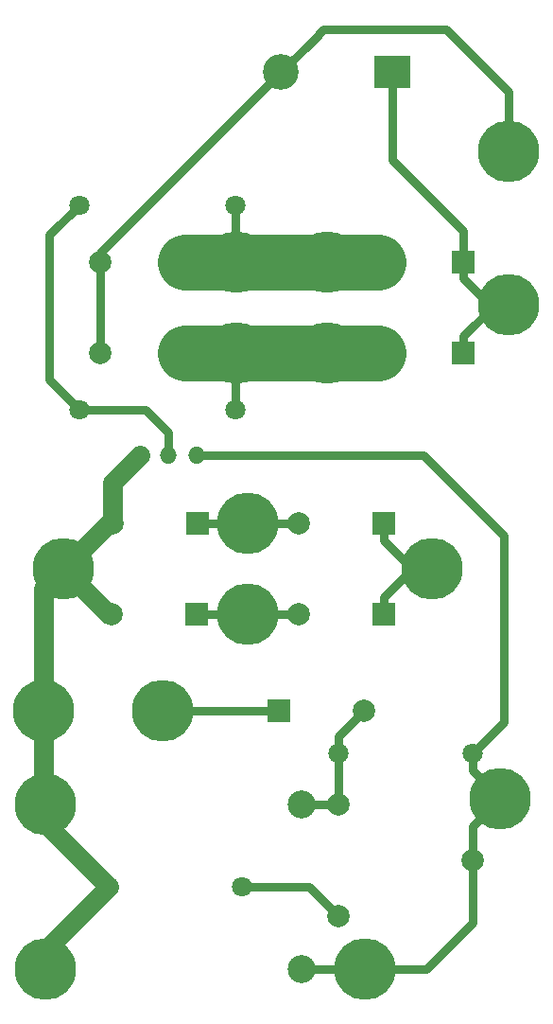
<source format=gbl>
G04 #@! TF.FileFunction,Copper,L2,Bot,Signal*
%FSLAX46Y46*%
G04 Gerber Fmt 4.6, Leading zero omitted, Abs format (unit mm)*
G04 Created by KiCad (PCBNEW 4.0.2+dfsg1-stable) date jeu. 08 sept. 2016 23:26:37 CEST*
%MOMM*%
G01*
G04 APERTURE LIST*
%ADD10C,0.100000*%
%ADD11C,1.800000*%
%ADD12C,5.500000*%
%ADD13R,3.200000X3.000000*%
%ADD14C,3.200000*%
%ADD15C,2.000000*%
%ADD16C,2.500000*%
%ADD17O,1.524000X1.524000*%
%ADD18R,2.000000X2.000000*%
%ADD19C,1.800000*%
%ADD20C,0.800000*%
%ADD21C,5.000000*%
G04 APERTURE END LIST*
D10*
D11*
X85028000Y-136144000D03*
X97028000Y-136144000D03*
X117664000Y-124206000D03*
X105664000Y-124206000D03*
D12*
X120142000Y-128270000D03*
X89916000Y-120396000D03*
X79248000Y-120396000D03*
D13*
X110490000Y-63246000D03*
D14*
X100490000Y-63246000D03*
D12*
X81026000Y-107696000D03*
X97536000Y-111760000D03*
X114046000Y-107696000D03*
X97536000Y-103632000D03*
X120904000Y-70358000D03*
X120904000Y-84074000D03*
X104648000Y-80264000D03*
X96520000Y-80264000D03*
X104648000Y-88392000D03*
X96520000Y-88392000D03*
D11*
X96408000Y-93472000D03*
X82408000Y-93472000D03*
X96408000Y-75184000D03*
X82408000Y-75184000D03*
D15*
X117664000Y-133778000D03*
X105664000Y-138778000D03*
X105664000Y-128778000D03*
D12*
X79362000Y-128778000D03*
D16*
X102362000Y-128778000D03*
D12*
X79362000Y-143510000D03*
D16*
X102362000Y-143510000D03*
D17*
X92964000Y-97536000D03*
X90424000Y-97536000D03*
X87884000Y-97536000D03*
D18*
X92964000Y-111760000D03*
D15*
X85344000Y-111760000D03*
D18*
X93008000Y-103632000D03*
D15*
X85388000Y-103632000D03*
D18*
X100330000Y-120396000D03*
D15*
X107950000Y-120396000D03*
D18*
X109728000Y-111760000D03*
D15*
X102108000Y-111760000D03*
D18*
X109728000Y-103632000D03*
D15*
X102108000Y-103632000D03*
D18*
X91948000Y-80264000D03*
D15*
X84328000Y-80264000D03*
D18*
X91948000Y-88392000D03*
D15*
X84328000Y-88392000D03*
D18*
X116840000Y-80264000D03*
D15*
X109220000Y-80264000D03*
D18*
X116840000Y-88392000D03*
D15*
X109220000Y-88392000D03*
D12*
X108000000Y-143510000D03*
D19*
X79362000Y-143510000D02*
X79362000Y-141810000D01*
X79362000Y-141810000D02*
X85028000Y-136144000D01*
X79362000Y-128778000D02*
X79362000Y-130478000D01*
X79362000Y-130478000D02*
X85028000Y-136144000D01*
X79248000Y-120396000D02*
X79248000Y-128664000D01*
X79248000Y-128664000D02*
X79362000Y-128778000D01*
X79248000Y-120396000D02*
X79248000Y-109474000D01*
X79248000Y-109474000D02*
X81026000Y-107696000D01*
X85344000Y-111760000D02*
X85090000Y-111760000D01*
X85090000Y-111760000D02*
X81026000Y-107696000D01*
X85388000Y-103632000D02*
X85090000Y-103632000D01*
X85090000Y-103632000D02*
X81026000Y-107696000D01*
X85388000Y-103632000D02*
X85388000Y-100032000D01*
X85388000Y-100032000D02*
X87884000Y-97536000D01*
D20*
X105664000Y-124206000D02*
X105664000Y-122682000D01*
X105664000Y-122682000D02*
X107950000Y-120396000D01*
X105664000Y-128778000D02*
X105664000Y-124206000D01*
X102362000Y-128778000D02*
X105664000Y-128778000D01*
X120472200Y-104724200D02*
X113284000Y-97536000D01*
X113284000Y-97536000D02*
X92964000Y-97536000D01*
X120472200Y-121397800D02*
X120472200Y-104724200D01*
X117664000Y-124206000D02*
X120472200Y-121397800D01*
X117664000Y-124206000D02*
X117664000Y-125792000D01*
X117664000Y-125792000D02*
X120142000Y-128270000D01*
X117664000Y-133778000D02*
X117664000Y-130748000D01*
X117664000Y-130748000D02*
X120142000Y-128270000D01*
X113538000Y-143510000D02*
X117664000Y-139384000D01*
X117664000Y-139384000D02*
X117664000Y-133778000D01*
X108000000Y-143510000D02*
X113538000Y-143510000D01*
X102362000Y-143510000D02*
X108000000Y-143510000D01*
X116840000Y-88392000D02*
X116840000Y-86893400D01*
X116840000Y-86893400D02*
X119659400Y-84074000D01*
X119659400Y-84074000D02*
X120904000Y-84074000D01*
X120904000Y-84074000D02*
X119151400Y-84074000D01*
X119151400Y-84074000D02*
X116840000Y-81762600D01*
X116840000Y-81762600D02*
X116840000Y-80264000D01*
X110490000Y-71120000D02*
X116840000Y-77470000D01*
X116840000Y-77470000D02*
X116840000Y-80264000D01*
X110490000Y-63246000D02*
X110490000Y-71120000D01*
X120904000Y-65074800D02*
X120904000Y-70358000D01*
X115265200Y-59436000D02*
X120904000Y-65074800D01*
X104292400Y-59436000D02*
X115265200Y-59436000D01*
X103809800Y-59918600D02*
X104292400Y-59436000D01*
X103809800Y-59926200D02*
X103809800Y-59918600D01*
X100490000Y-63246000D02*
X103809800Y-59926200D01*
X100490000Y-63246000D02*
X98890001Y-64845999D01*
X98890001Y-64845999D02*
X98882401Y-64845999D01*
X98882401Y-64845999D02*
X84328000Y-79400400D01*
X84328000Y-79400400D02*
X84328000Y-80264000D01*
X84328000Y-88392000D02*
X84328000Y-86977787D01*
X84328000Y-86977787D02*
X84328000Y-80264000D01*
X89916000Y-120396000D02*
X100330000Y-120396000D01*
X82408000Y-93472000D02*
X79756000Y-90820000D01*
X79756000Y-90820000D02*
X79756000Y-77836000D01*
X79756000Y-77836000D02*
X82408000Y-75184000D01*
X82408000Y-93472000D02*
X88392000Y-93472000D01*
X88392000Y-93472000D02*
X90424000Y-95504000D01*
X90424000Y-95504000D02*
X90424000Y-97536000D01*
X97028000Y-136144000D02*
X103030000Y-136144000D01*
X103030000Y-136144000D02*
X105664000Y-138778000D01*
X96408000Y-75184000D02*
X96408000Y-80152000D01*
X96408000Y-80152000D02*
X96520000Y-80264000D01*
D21*
X104648000Y-80264000D02*
X109220000Y-80264000D01*
X96520000Y-80264000D02*
X104648000Y-80264000D01*
X91948000Y-80264000D02*
X96520000Y-80264000D01*
D20*
X96408000Y-93472000D02*
X96408000Y-88504000D01*
X96408000Y-88504000D02*
X96520000Y-88392000D01*
D21*
X104648000Y-88392000D02*
X109220000Y-88392000D01*
X96520000Y-88392000D02*
X104648000Y-88392000D01*
X91948000Y-88392000D02*
X96520000Y-88392000D01*
D20*
X97536000Y-111760000D02*
X102108000Y-111760000D01*
X92964000Y-111760000D02*
X97536000Y-111760000D01*
X97536000Y-103632000D02*
X102108000Y-103632000D01*
X93008000Y-103632000D02*
X97536000Y-103632000D01*
X111252000Y-108712000D02*
X112268000Y-107696000D01*
X109728000Y-110236000D02*
X111252000Y-108712000D01*
X109728000Y-111760000D02*
X109728000Y-110236000D01*
X109728000Y-105156000D02*
X109728000Y-103632000D01*
X112268000Y-107696000D02*
X109728000Y-105156000D01*
X114046000Y-107696000D02*
X112268000Y-107696000D01*
M02*

</source>
